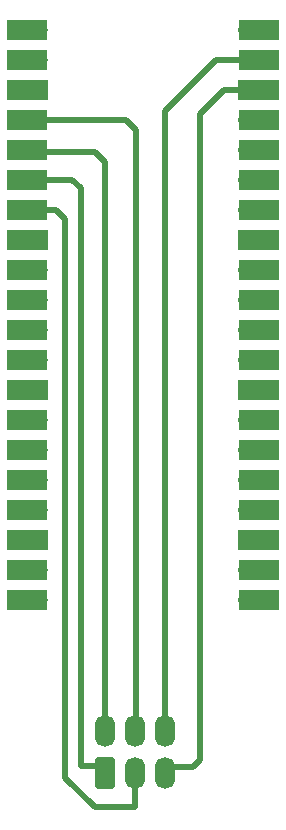
<source format=gbr>
%TF.GenerationSoftware,KiCad,Pcbnew,(6.0.6)*%
%TF.CreationDate,2022-07-18T11:09:20-04:00*%
%TF.ProjectId,picoprobe,7069636f-7072-46f6-9265-2e6b69636164,rev?*%
%TF.SameCoordinates,Original*%
%TF.FileFunction,Copper,L1,Top*%
%TF.FilePolarity,Positive*%
%FSLAX46Y46*%
G04 Gerber Fmt 4.6, Leading zero omitted, Abs format (unit mm)*
G04 Created by KiCad (PCBNEW (6.0.6)) date 2022-07-18 11:09:20*
%MOMM*%
%LPD*%
G01*
G04 APERTURE LIST*
G04 Aperture macros list*
%AMRoundRect*
0 Rectangle with rounded corners*
0 $1 Rounding radius*
0 $2 $3 $4 $5 $6 $7 $8 $9 X,Y pos of 4 corners*
0 Add a 4 corners polygon primitive as box body*
4,1,4,$2,$3,$4,$5,$6,$7,$8,$9,$2,$3,0*
0 Add four circle primitives for the rounded corners*
1,1,$1+$1,$2,$3*
1,1,$1+$1,$4,$5*
1,1,$1+$1,$6,$7*
1,1,$1+$1,$8,$9*
0 Add four rect primitives between the rounded corners*
20,1,$1+$1,$2,$3,$4,$5,0*
20,1,$1+$1,$4,$5,$6,$7,0*
20,1,$1+$1,$6,$7,$8,$9,0*
20,1,$1+$1,$8,$9,$2,$3,0*%
G04 Aperture macros list end*
%TA.AperFunction,ComponentPad*%
%ADD10O,1.700000X1.700000*%
%TD*%
%TA.AperFunction,SMDPad,CuDef*%
%ADD11R,3.500000X1.700000*%
%TD*%
%TA.AperFunction,ComponentPad*%
%ADD12R,1.700000X1.700000*%
%TD*%
%TA.AperFunction,ComponentPad*%
%ADD13RoundRect,0.250000X0.600000X-1.100000X0.600000X1.100000X-0.600000X1.100000X-0.600000X-1.100000X0*%
%TD*%
%TA.AperFunction,ComponentPad*%
%ADD14O,1.700000X2.700000*%
%TD*%
%TA.AperFunction,Conductor*%
%ADD15C,0.500000*%
%TD*%
G04 APERTURE END LIST*
D10*
%TO.P,U1,40,VBUS*%
%TO.N,unconnected-(U1-Pad40)*%
X163990000Y-44070000D03*
D11*
X164890000Y-44070000D03*
D10*
%TO.P,U1,39,VSYS*%
%TO.N,Net-(J1-Pad6)*%
X163990000Y-46610000D03*
D11*
X164890000Y-46610000D03*
D12*
%TO.P,U1,38,GND*%
%TO.N,Net-(J1-Pad5)*%
X163990000Y-49150000D03*
D11*
X164890000Y-49150000D03*
%TO.P,U1,37,3V3_EN*%
%TO.N,unconnected-(U1-Pad37)*%
X164890000Y-51690000D03*
D10*
X163990000Y-51690000D03*
D11*
%TO.P,U1,36,3V3*%
%TO.N,unconnected-(U1-Pad36)*%
X164890000Y-54230000D03*
D10*
X163990000Y-54230000D03*
D11*
%TO.P,U1,35,ADC_VREF*%
%TO.N,unconnected-(U1-Pad35)*%
X164890000Y-56770000D03*
D10*
X163990000Y-56770000D03*
%TO.P,U1,34,GPIO28_ADC2*%
%TO.N,unconnected-(U1-Pad34)*%
X163990000Y-59310000D03*
D11*
X164890000Y-59310000D03*
D12*
%TO.P,U1,33,AGND*%
%TO.N,unconnected-(U1-Pad33)*%
X163990000Y-61850000D03*
D11*
X164890000Y-61850000D03*
D10*
%TO.P,U1,32,GPIO27_ADC1*%
%TO.N,unconnected-(U1-Pad32)*%
X163990000Y-64390000D03*
D11*
X164890000Y-64390000D03*
D10*
%TO.P,U1,31,GPIO26_ADC0*%
%TO.N,unconnected-(U1-Pad31)*%
X163990000Y-66930000D03*
D11*
X164890000Y-66930000D03*
%TO.P,U1,30,RUN*%
%TO.N,unconnected-(U1-Pad30)*%
X164890000Y-69470000D03*
D10*
X163990000Y-69470000D03*
D11*
%TO.P,U1,29,GPIO22*%
%TO.N,unconnected-(U1-Pad29)*%
X164890000Y-72010000D03*
D10*
X163990000Y-72010000D03*
D12*
%TO.P,U1,28,GND*%
%TO.N,unconnected-(U1-Pad28)*%
X163990000Y-74550000D03*
D11*
X164890000Y-74550000D03*
D10*
%TO.P,U1,27,GPIO21*%
%TO.N,unconnected-(U1-Pad27)*%
X163990000Y-77090000D03*
D11*
X164890000Y-77090000D03*
D10*
%TO.P,U1,26,GPIO20*%
%TO.N,unconnected-(U1-Pad26)*%
X163990000Y-79630000D03*
D11*
X164890000Y-79630000D03*
%TO.P,U1,25,GPIO19*%
%TO.N,unconnected-(U1-Pad25)*%
X164890000Y-82170000D03*
D10*
X163990000Y-82170000D03*
D11*
%TO.P,U1,24,GPIO18*%
%TO.N,unconnected-(U1-Pad24)*%
X164890000Y-84710000D03*
D10*
X163990000Y-84710000D03*
D12*
%TO.P,U1,23,GND*%
%TO.N,unconnected-(U1-Pad23)*%
X163990000Y-87250000D03*
D11*
X164890000Y-87250000D03*
%TO.P,U1,22,GPIO17*%
%TO.N,unconnected-(U1-Pad22)*%
X164890000Y-89790000D03*
D10*
X163990000Y-89790000D03*
%TO.P,U1,21,GPIO16*%
%TO.N,unconnected-(U1-Pad21)*%
X163990000Y-92330000D03*
D11*
X164890000Y-92330000D03*
D10*
%TO.P,U1,20,GPIO15*%
%TO.N,unconnected-(U1-Pad20)*%
X146210000Y-92330000D03*
D11*
X145310000Y-92330000D03*
%TO.P,U1,19,GPIO14*%
%TO.N,unconnected-(U1-Pad19)*%
X145310000Y-89790000D03*
D10*
X146210000Y-89790000D03*
D12*
%TO.P,U1,18,GND*%
%TO.N,unconnected-(U1-Pad18)*%
X146210000Y-87250000D03*
D11*
X145310000Y-87250000D03*
%TO.P,U1,17,GPIO13*%
%TO.N,unconnected-(U1-Pad17)*%
X145310000Y-84710000D03*
D10*
X146210000Y-84710000D03*
D11*
%TO.P,U1,16,GPIO12*%
%TO.N,unconnected-(U1-Pad16)*%
X145310000Y-82170000D03*
D10*
X146210000Y-82170000D03*
%TO.P,U1,15,GPIO11*%
%TO.N,unconnected-(U1-Pad15)*%
X146210000Y-79630000D03*
D11*
X145310000Y-79630000D03*
%TO.P,U1,14,GPIO10*%
%TO.N,unconnected-(U1-Pad14)*%
X145310000Y-77090000D03*
D10*
X146210000Y-77090000D03*
D11*
%TO.P,U1,13,GND*%
%TO.N,unconnected-(U1-Pad13)*%
X145310000Y-74550000D03*
D12*
X146210000Y-74550000D03*
D11*
%TO.P,U1,12,GPIO9*%
%TO.N,unconnected-(U1-Pad12)*%
X145310000Y-72010000D03*
D10*
X146210000Y-72010000D03*
D11*
%TO.P,U1,11,GPIO8*%
%TO.N,unconnected-(U1-Pad11)*%
X145310000Y-69470000D03*
D10*
X146210000Y-69470000D03*
%TO.P,U1,10,GPIO7*%
%TO.N,unconnected-(U1-Pad10)*%
X146210000Y-66930000D03*
D11*
X145310000Y-66930000D03*
D10*
%TO.P,U1,9,GPIO6*%
%TO.N,unconnected-(U1-Pad9)*%
X146210000Y-64390000D03*
D11*
X145310000Y-64390000D03*
%TO.P,U1,8,GND*%
%TO.N,unconnected-(U1-Pad8)*%
X145310000Y-61850000D03*
D12*
X146210000Y-61850000D03*
D10*
%TO.P,U1,7,GPIO5*%
%TO.N,Net-(J1-Pad3)*%
X146210000Y-59310000D03*
D11*
X145310000Y-59310000D03*
D10*
%TO.P,U1,6,GPIO4*%
%TO.N,Net-(J1-Pad1)*%
X146210000Y-56770000D03*
D11*
X145310000Y-56770000D03*
D10*
%TO.P,U1,5,GPIO3*%
%TO.N,Net-(J1-Pad2)*%
X146210000Y-54230000D03*
D11*
X145310000Y-54230000D03*
%TO.P,U1,4,GPIO2*%
%TO.N,Net-(J1-Pad4)*%
X145310000Y-51690000D03*
D10*
X146210000Y-51690000D03*
D12*
%TO.P,U1,3,GND*%
%TO.N,unconnected-(U1-Pad3)*%
X146210000Y-49150000D03*
D11*
X145310000Y-49150000D03*
%TO.P,U1,2,GPIO1*%
%TO.N,unconnected-(U1-Pad2)*%
X145310000Y-46610000D03*
D10*
X146210000Y-46610000D03*
D11*
%TO.P,U1,1,GPIO0*%
%TO.N,unconnected-(U1-Pad1)*%
X145310000Y-44070000D03*
D10*
X146210000Y-44070000D03*
%TD*%
D13*
%TO.P,J1,1,Pin_1*%
%TO.N,Net-(J1-Pad1)*%
X151900000Y-107000000D03*
D14*
%TO.P,J1,2,Pin_2*%
%TO.N,Net-(J1-Pad2)*%
X151900000Y-103460000D03*
%TO.P,J1,3,Pin_3*%
%TO.N,Net-(J1-Pad3)*%
X154440000Y-107000000D03*
%TO.P,J1,4,Pin_4*%
%TO.N,Net-(J1-Pad4)*%
X154440000Y-103460000D03*
%TO.P,J1,5,Pin_5*%
%TO.N,Net-(J1-Pad5)*%
X156980000Y-107000000D03*
%TO.P,J1,6,Pin_6*%
%TO.N,Net-(J1-Pad6)*%
X156980000Y-103460000D03*
%TD*%
D15*
%TO.N,Net-(J1-Pad1)*%
X151645923Y-106400000D02*
X149800000Y-106400000D01*
X149800000Y-57500000D02*
X149070000Y-56770000D01*
X151900000Y-106500000D02*
X151745923Y-106500000D01*
X149800000Y-106400000D02*
X149800000Y-57500000D01*
X149070000Y-56770000D02*
X146210000Y-56770000D01*
X151745923Y-106500000D02*
X151645923Y-106400000D01*
%TO.N,Net-(J1-Pad2)*%
X146380000Y-54400000D02*
X146210000Y-54230000D01*
X151900000Y-55300000D02*
X151000000Y-54400000D01*
X151000000Y-54400000D02*
X146380000Y-54400000D01*
X151900000Y-103960000D02*
X151900000Y-55300000D01*
%TO.N,Net-(J1-Pad3)*%
X154440000Y-109860000D02*
X154400000Y-109900000D01*
X148495000Y-107395000D02*
X148495000Y-60100000D01*
X147705000Y-59310000D02*
X146210000Y-59310000D01*
X148495000Y-60100000D02*
X147705000Y-59310000D01*
X151000000Y-109900000D02*
X148495000Y-107395000D01*
X154400000Y-109900000D02*
X151000000Y-109900000D01*
X154440000Y-106500000D02*
X154440000Y-109860000D01*
%TO.N,Net-(J1-Pad4)*%
X154440000Y-103960000D02*
X154500000Y-103900000D01*
X154500000Y-103900000D02*
X154500000Y-52580000D01*
X153610000Y-51690000D02*
X146210000Y-51690000D01*
X154500000Y-52580000D02*
X153610000Y-51690000D01*
%TO.N,Net-(J1-Pad5)*%
X161950000Y-49150000D02*
X163990000Y-49150000D01*
X159300000Y-106500000D02*
X159900000Y-105900000D01*
X156980000Y-106500000D02*
X159300000Y-106500000D01*
X159900000Y-105900000D02*
X159900000Y-51200000D01*
X159900000Y-51200000D02*
X161950000Y-49150000D01*
%TO.N,Net-(J1-Pad6)*%
X156980000Y-50920000D02*
X161290000Y-46610000D01*
X156980000Y-103960000D02*
X156980000Y-50920000D01*
X161290000Y-46610000D02*
X163990000Y-46610000D01*
%TD*%
M02*

</source>
